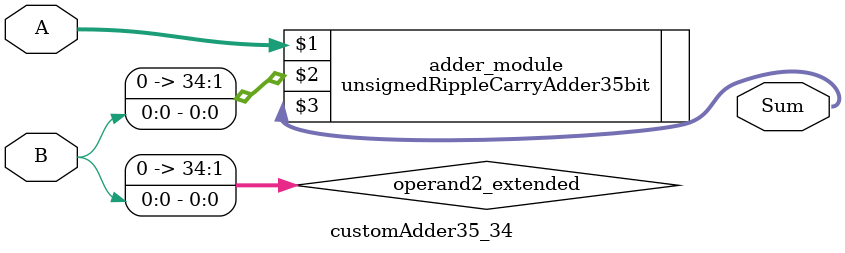
<source format=v>
module customAdder35_34(
                        input [34 : 0] A,
                        input [0 : 0] B,
                        
                        output [35 : 0] Sum
                );

        wire [34 : 0] operand2_extended;
        
        assign operand2_extended =  {34'b0, B};
        
        unsignedRippleCarryAdder35bit adder_module(
            A,
            operand2_extended,
            Sum
        );
        
        endmodule
        
</source>
